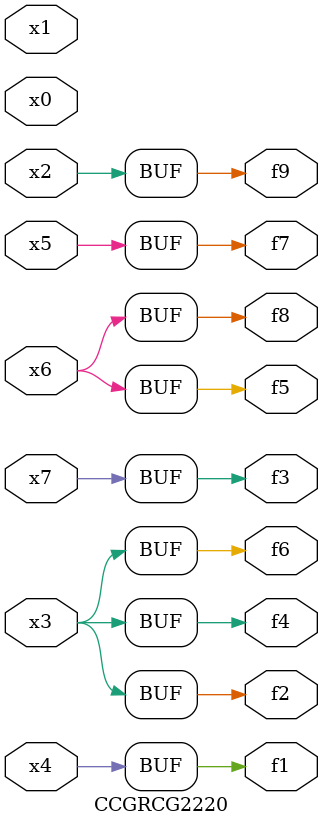
<source format=v>
module CCGRCG2220(
	input x0, x1, x2, x3, x4, x5, x6, x7,
	output f1, f2, f3, f4, f5, f6, f7, f8, f9
);
	assign f1 = x4;
	assign f2 = x3;
	assign f3 = x7;
	assign f4 = x3;
	assign f5 = x6;
	assign f6 = x3;
	assign f7 = x5;
	assign f8 = x6;
	assign f9 = x2;
endmodule

</source>
